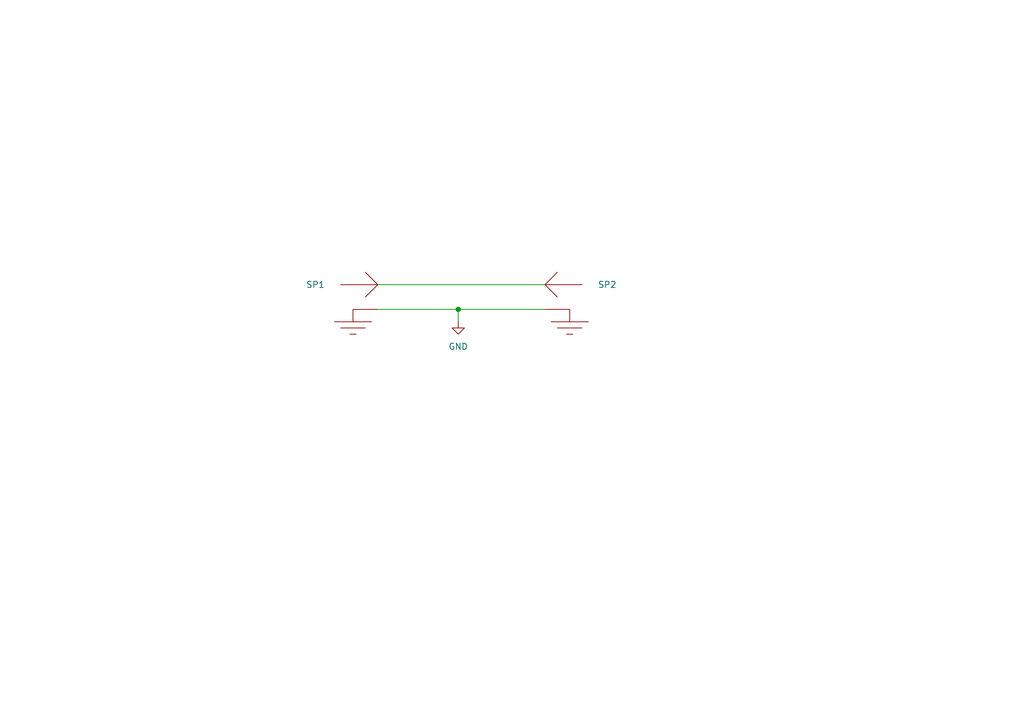
<source format=kicad_sch>
(kicad_sch
	(version 20231120)
	(generator "eeschema")
	(generator_version "8.0")
	(uuid "fb78e210-299c-4ada-a64d-208900768eb0")
	(paper "A5")
	(lib_symbols
		(symbol "SRS_sim:SimPort"
			(exclude_from_sim no)
			(in_bom yes)
			(on_board yes)
			(property "Reference" "SP"
				(at 0 0 0)
				(do_not_autoplace)
				(effects
					(font
						(size 1.27 1.27)
					)
				)
			)
			(property "Value" "Simulation_Port "
				(at 5.334 4.064 0)
				(effects
					(font
						(size 1.27 1.27)
					)
				)
			)
			(property "Footprint" ""
				(at 0 0 0)
				(effects
					(font
						(size 1.27 1.27)
					)
					(hide yes)
				)
			)
			(property "Datasheet" ""
				(at 0 0 0)
				(effects
					(font
						(size 1.27 1.27)
					)
					(hide yes)
				)
			)
			(property "Description" ""
				(at 0 0 0)
				(effects
					(font
						(size 1.27 1.27)
					)
					(hide yes)
				)
			)
			(symbol "SimPort_0_1"
				(polyline
					(pts
						(xy 1.27 -7.62) (xy 8.89 -7.62)
					)
					(stroke
						(width 0)
						(type default)
					)
					(fill
						(type none)
					)
				)
				(polyline
					(pts
						(xy 2.54 -8.89) (xy 7.62 -8.89)
					)
					(stroke
						(width 0)
						(type default)
					)
					(fill
						(type none)
					)
				)
				(polyline
					(pts
						(xy 4.445 -10.16) (xy 5.715 -10.16)
					)
					(stroke
						(width 0)
						(type default)
					)
					(fill
						(type none)
					)
				)
				(polyline
					(pts
						(xy 10.16 0) (xy 7.62 -2.54)
					)
					(stroke
						(width 0)
						(type default)
					)
					(fill
						(type none)
					)
				)
				(polyline
					(pts
						(xy 2.54 0) (xy 10.16 0) (xy 7.62 2.54)
					)
					(stroke
						(width 0)
						(type default)
					)
					(fill
						(type none)
					)
				)
				(polyline
					(pts
						(xy 10.16 -5.08) (xy 5.08 -5.08) (xy 5.08 -7.62)
					)
					(stroke
						(width 0)
						(type default)
					)
					(fill
						(type none)
					)
				)
			)
		)
		(symbol "power:GND"
			(power)
			(pin_numbers hide)
			(pin_names
				(offset 0) hide)
			(exclude_from_sim no)
			(in_bom yes)
			(on_board yes)
			(property "Reference" "#PWR"
				(at 0 -6.35 0)
				(effects
					(font
						(size 1.27 1.27)
					)
					(hide yes)
				)
			)
			(property "Value" "GND"
				(at 0 -3.81 0)
				(effects
					(font
						(size 1.27 1.27)
					)
				)
			)
			(property "Footprint" ""
				(at 0 0 0)
				(effects
					(font
						(size 1.27 1.27)
					)
					(hide yes)
				)
			)
			(property "Datasheet" ""
				(at 0 0 0)
				(effects
					(font
						(size 1.27 1.27)
					)
					(hide yes)
				)
			)
			(property "Description" "Power symbol creates a global label with name \"GND\" , ground"
				(at 0 0 0)
				(effects
					(font
						(size 1.27 1.27)
					)
					(hide yes)
				)
			)
			(property "ki_keywords" "global power"
				(at 0 0 0)
				(effects
					(font
						(size 1.27 1.27)
					)
					(hide yes)
				)
			)
			(symbol "GND_0_1"
				(polyline
					(pts
						(xy 0 0) (xy 0 -1.27) (xy 1.27 -1.27) (xy 0 -2.54) (xy -1.27 -1.27) (xy 0 -1.27)
					)
					(stroke
						(width 0)
						(type default)
					)
					(fill
						(type none)
					)
				)
			)
			(symbol "GND_1_1"
				(pin power_in line
					(at 0 0 270)
					(length 0)
					(name "~"
						(effects
							(font
								(size 1.27 1.27)
							)
						)
					)
					(number "1"
						(effects
							(font
								(size 1.27 1.27)
							)
						)
					)
				)
			)
		)
	)
	(junction
		(at 93.98 63.5)
		(diameter 0)
		(color 0 0 0 0)
		(uuid "328cdc7b-395c-4e29-b842-2d0a1c553b3c")
	)
	(wire
		(pts
			(xy 93.98 66.04) (xy 93.98 63.5)
		)
		(stroke
			(width 0)
			(type default)
		)
		(uuid "b03cd552-a129-4135-af6a-effb3956e304")
	)
	(wire
		(pts
			(xy 93.98 63.5) (xy 111.76 63.5)
		)
		(stroke
			(width 0)
			(type default)
		)
		(uuid "d7609ce3-0f88-4465-8bcd-50af4e980aaa")
	)
	(wire
		(pts
			(xy 77.47 63.5) (xy 93.98 63.5)
		)
		(stroke
			(width 0)
			(type default)
		)
		(uuid "eca1592b-ab7a-4ee4-bb07-d6c514e9d5b2")
	)
	(wire
		(pts
			(xy 77.47 58.42) (xy 111.76 58.42)
		)
		(stroke
			(width 0)
			(type default)
		)
		(uuid "fc1ee9bd-1091-436a-9b10-c7f2477df067")
	)
	(symbol
		(lib_id "SRS_sim:SimPort")
		(at 121.92 58.42 0)
		(mirror y)
		(unit 1)
		(exclude_from_sim no)
		(in_bom yes)
		(on_board yes)
		(dnp no)
		(uuid "13c959f7-fbfb-412b-aedb-f926d185d8db")
		(property "Reference" "SP2"
			(at 126.492 58.42 0)
			(effects
				(font
					(size 1.27 1.27)
				)
				(justify left)
			)
		)
		(property "Value" "Simulation_Port"
			(at 110.49 59.69 0)
			(effects
				(font
					(size 1.27 1.27)
				)
				(justify left)
				(hide yes)
			)
		)
		(property "Footprint" "SRS_sim:Simulation_Port"
			(at 121.92 58.42 0)
			(effects
				(font
					(size 1.27 1.27)
				)
				(hide yes)
			)
		)
		(property "Datasheet" ""
			(at 121.92 58.42 0)
			(effects
				(font
					(size 1.27 1.27)
				)
				(hide yes)
			)
		)
		(property "Description" ""
			(at 121.92 58.42 0)
			(effects
				(font
					(size 1.27 1.27)
				)
				(hide yes)
			)
		)
		(instances
			(project "basic"
				(path "/fb78e210-299c-4ada-a64d-208900768eb0"
					(reference "SP2")
					(unit 1)
				)
			)
		)
	)
	(symbol
		(lib_id "power:GND")
		(at 93.98 66.04 0)
		(unit 1)
		(exclude_from_sim no)
		(in_bom yes)
		(on_board yes)
		(dnp no)
		(fields_autoplaced yes)
		(uuid "29a91ade-35f6-470a-91f2-1986f795fb2e")
		(property "Reference" "#PWR0101"
			(at 93.98 72.39 0)
			(effects
				(font
					(size 1.27 1.27)
				)
				(hide yes)
			)
		)
		(property "Value" "GND"
			(at 93.98 71.12 0)
			(effects
				(font
					(size 1.27 1.27)
				)
			)
		)
		(property "Footprint" ""
			(at 93.98 66.04 0)
			(effects
				(font
					(size 1.27 1.27)
				)
				(hide yes)
			)
		)
		(property "Datasheet" ""
			(at 93.98 66.04 0)
			(effects
				(font
					(size 1.27 1.27)
				)
				(hide yes)
			)
		)
		(property "Description" "Power symbol creates a global label with name \"GND\" , ground"
			(at 93.98 66.04 0)
			(effects
				(font
					(size 1.27 1.27)
				)
				(hide yes)
			)
		)
		(pin "1"
			(uuid "1987b686-f6a2-4711-9226-419ab33162c3")
		)
		(instances
			(project "basic"
				(path "/fb78e210-299c-4ada-a64d-208900768eb0"
					(reference "#PWR0101")
					(unit 1)
				)
			)
		)
	)
	(symbol
		(lib_id "SRS_sim:SimPort")
		(at 67.31 58.42 0)
		(unit 1)
		(exclude_from_sim no)
		(in_bom yes)
		(on_board yes)
		(dnp no)
		(uuid "5ea0fc0f-dcfb-4b44-b777-9a224fe719ba")
		(property "Reference" "SP1"
			(at 62.738 58.42 0)
			(effects
				(font
					(size 1.27 1.27)
				)
				(justify left)
			)
		)
		(property "Value" "Simulation_Port"
			(at 78.74 59.69 0)
			(effects
				(font
					(size 1.27 1.27)
				)
				(justify left)
				(hide yes)
			)
		)
		(property "Footprint" "SRS_sim:Simulation_Port"
			(at 67.31 58.42 0)
			(effects
				(font
					(size 1.27 1.27)
				)
				(hide yes)
			)
		)
		(property "Datasheet" ""
			(at 67.31 58.42 0)
			(effects
				(font
					(size 1.27 1.27)
				)
				(hide yes)
			)
		)
		(property "Description" ""
			(at 67.31 58.42 0)
			(effects
				(font
					(size 1.27 1.27)
				)
				(hide yes)
			)
		)
		(instances
			(project "basic"
				(path "/fb78e210-299c-4ada-a64d-208900768eb0"
					(reference "SP1")
					(unit 1)
				)
			)
		)
	)
	(sheet_instances
		(path "/"
			(page "1")
		)
	)
)
</source>
